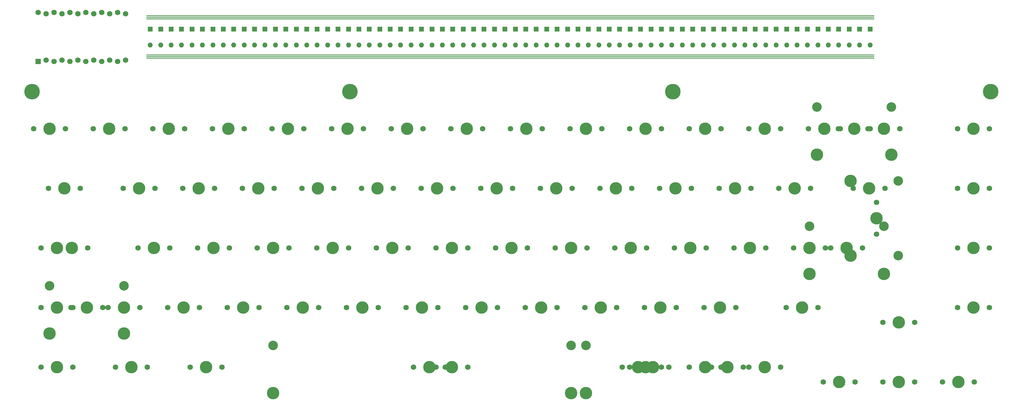
<source format=gbr>
%TF.GenerationSoftware,KiCad,Pcbnew,(5.1.7)-1*%
%TF.CreationDate,2021-02-21T21:30:35+01:00*%
%TF.ProjectId,kbic65,6b626963-3635-42e6-9b69-6361645f7063,rev?*%
%TF.SameCoordinates,Original*%
%TF.FileFunction,Soldermask,Top*%
%TF.FilePolarity,Negative*%
%FSLAX46Y46*%
G04 Gerber Fmt 4.6, Leading zero omitted, Abs format (unit mm)*
G04 Created by KiCad (PCBNEW (5.1.7)-1) date 2021-02-21 21:30:35*
%MOMM*%
%LPD*%
G01*
G04 APERTURE LIST*
%ADD10C,0.250000*%
%ADD11O,1.600000X1.600000*%
%ADD12R,1.600000X1.600000*%
%ADD13C,3.987800*%
%ADD14C,1.750000*%
%ADD15C,5.000000*%
%ADD16C,3.048000*%
%ADD17C,1.752600*%
%ADD18R,1.752600X1.752600*%
G04 APERTURE END LIST*
D10*
X319000000Y-56750000D02*
X86500000Y-56750000D01*
X319000000Y-55750000D02*
X86500000Y-55750000D01*
X319000000Y-56250000D02*
X86500000Y-56250000D01*
X319000000Y-44250000D02*
X86500000Y-44250000D01*
X319000000Y-43750000D02*
X86500000Y-43750000D01*
X319000000Y-43250000D02*
X86500000Y-43250000D01*
D11*
%TO.C,D_@1*%
X261136044Y-52645000D03*
D12*
X261136044Y-47565000D03*
%TD*%
D13*
%TO.C,MX_Esc1*%
X55562500Y-79375000D03*
D14*
X50482500Y-79375000D03*
X60642500Y-79375000D03*
%TD*%
%TO.C,MX_1*%
X79692500Y-79375000D03*
X69532500Y-79375000D03*
D13*
X74612500Y-79375000D03*
%TD*%
D15*
%TO.C,REF\u002A\u002A*%
X356393750Y-67468750D03*
%TD*%
%TO.C,REF\u002A\u002A*%
X254793750Y-67468750D03*
%TD*%
%TO.C,REF\u002A\u002A*%
X151606250Y-67468750D03*
%TD*%
%TO.C,REF\u002A\u002A*%
X50006250Y-67468750D03*
%TD*%
D11*
%TO.C,D_ISO_BKSLSH1*%
X97753041Y-52645000D03*
D12*
X97753041Y-47565000D03*
%TD*%
D13*
%TO.C,MX_BkSp3_2u1*%
X312737500Y-79375000D03*
D14*
X307657500Y-79375000D03*
X317817500Y-79375000D03*
D16*
X300831250Y-72390000D03*
X324643750Y-72390000D03*
D13*
X300831250Y-87630000D03*
X324643750Y-87630000D03*
%TD*%
%TO.C,MX_BkSp2*%
X322262500Y-79375000D03*
D14*
X317182500Y-79375000D03*
X327342500Y-79375000D03*
%TD*%
%TO.C,MX_5*%
X155892500Y-79375000D03*
X145732500Y-79375000D03*
D13*
X150812500Y-79375000D03*
%TD*%
D14*
%TO.C,MX_6*%
X174942500Y-79375000D03*
X164782500Y-79375000D03*
D13*
X169862500Y-79375000D03*
%TD*%
%TO.C,MX_Space2_6u1*%
X184150000Y-155575000D03*
D14*
X179070000Y-155575000D03*
X189230000Y-155575000D03*
D16*
X127000000Y-148590000D03*
X222250000Y-148590000D03*
D13*
X127000000Y-163830000D03*
X222250000Y-163830000D03*
%TD*%
%TO.C,MX_Right1*%
X346075000Y-160337500D03*
D14*
X340995000Y-160337500D03*
X351155000Y-160337500D03*
%TD*%
D13*
%TO.C,MX_RBKT1*%
X293687500Y-98425000D03*
D14*
X288607500Y-98425000D03*
X298767500Y-98425000D03*
%TD*%
D13*
%TO.C,MX_D1*%
X127000000Y-117475000D03*
D14*
X121920000Y-117475000D03*
X132080000Y-117475000D03*
%TD*%
D13*
%TO.C,MX_Q1*%
X84137500Y-98425000D03*
D14*
X79057500Y-98425000D03*
X89217500Y-98425000D03*
%TD*%
%TO.C,MX_2*%
X98742500Y-79375000D03*
X88582500Y-79375000D03*
D13*
X93662500Y-79375000D03*
%TD*%
%TO.C,MX_V1*%
X155575000Y-136525000D03*
D14*
X150495000Y-136525000D03*
X160655000Y-136525000D03*
%TD*%
D13*
%TO.C,MX_Space1_6.25u1*%
X177006250Y-155575000D03*
D14*
X171926250Y-155575000D03*
X182086250Y-155575000D03*
D16*
X127006350Y-148590000D03*
X227006150Y-148590000D03*
D13*
X127006350Y-163830000D03*
X227006150Y-163830000D03*
%TD*%
%TO.C,MX_RWin2_1.25u_RCtrl1*%
X272256250Y-155575000D03*
D14*
X267176250Y-155575000D03*
X277336250Y-155575000D03*
%TD*%
D13*
%TO.C,MX_RAlt3_1.25u_6.25u_space1*%
X248443750Y-155575000D03*
D14*
X243363750Y-155575000D03*
X253523750Y-155575000D03*
%TD*%
D13*
%TO.C,MX_RAlt2_1.25u_6u_space1*%
X243681250Y-155575000D03*
D14*
X238601250Y-155575000D03*
X248761250Y-155575000D03*
%TD*%
D13*
%TO.C,MX_RAlt1_1u1*%
X246062500Y-155575000D03*
D14*
X240982500Y-155575000D03*
X251142500Y-155575000D03*
%TD*%
D13*
%TO.C,MX_LShift_ISO1*%
X57943750Y-136525000D03*
D14*
X52863750Y-136525000D03*
X63023750Y-136525000D03*
%TD*%
D13*
%TO.C,MX_LShift_ANSI1*%
X67468750Y-136525000D03*
D14*
X62388750Y-136525000D03*
X72548750Y-136525000D03*
D16*
X55562500Y-129540000D03*
X79375000Y-129540000D03*
D13*
X55562500Y-144780000D03*
X79375000Y-144780000D03*
%TD*%
%TO.C,MX_Enter2_ISO_Hash1*%
X298450000Y-117475000D03*
D14*
X293370000Y-117475000D03*
X303530000Y-117475000D03*
%TD*%
D13*
%TO.C,MX_CpsLck2_Stepped1*%
X57943750Y-117475000D03*
D14*
X52863750Y-117475000D03*
X63023750Y-117475000D03*
%TD*%
D13*
%TO.C,MX_BkSlash2_ISO_Enter1*%
X311626250Y-96012000D03*
X311626250Y-119888000D03*
D16*
X326866250Y-96012000D03*
X326866250Y-119888000D03*
D14*
X319881250Y-113030000D03*
X319881250Y-102870000D03*
D13*
X319881250Y-107950000D03*
%TD*%
%TO.C,MX_Enter1*%
X310356250Y-117475000D03*
D14*
X305276250Y-117475000D03*
X315436250Y-117475000D03*
D16*
X298450000Y-110490000D03*
X322262500Y-110490000D03*
D13*
X298450000Y-125730000D03*
X322262500Y-125730000D03*
%TD*%
%TO.C,MX_BkSlsh1*%
X317500000Y-98425000D03*
D14*
X312420000Y-98425000D03*
X322580000Y-98425000D03*
%TD*%
D13*
%TO.C,MX_RShift1*%
X296068750Y-136525000D03*
D14*
X290988750Y-136525000D03*
X301148750Y-136525000D03*
%TD*%
D13*
%TO.C,MX_LAlt1*%
X105568750Y-155575000D03*
D14*
X100488750Y-155575000D03*
X110648750Y-155575000D03*
%TD*%
D13*
%TO.C,MX_LWin1*%
X81756250Y-155575000D03*
D14*
X76676250Y-155575000D03*
X86836250Y-155575000D03*
%TD*%
D13*
%TO.C,MX_LCtrl1*%
X57943750Y-155575000D03*
D14*
X52863750Y-155575000D03*
X63023750Y-155575000D03*
%TD*%
D13*
%TO.C,MX_CpsLck1*%
X62706250Y-117475000D03*
D14*
X57626250Y-117475000D03*
X67786250Y-117475000D03*
%TD*%
D13*
%TO.C,MX_Tab1*%
X60325000Y-98425000D03*
D14*
X55245000Y-98425000D03*
X65405000Y-98425000D03*
%TD*%
D13*
%TO.C,MX_Z1*%
X98425000Y-136525000D03*
D14*
X93345000Y-136525000D03*
X103505000Y-136525000D03*
%TD*%
D13*
%TO.C,MX_Y1*%
X179387500Y-98425000D03*
D14*
X174307500Y-98425000D03*
X184467500Y-98425000D03*
%TD*%
D13*
%TO.C,MX_X1*%
X117475000Y-136525000D03*
D14*
X112395000Y-136525000D03*
X122555000Y-136525000D03*
%TD*%
D13*
%TO.C,MX_W1*%
X103187500Y-98425000D03*
D14*
X98107500Y-98425000D03*
X108267500Y-98425000D03*
%TD*%
D13*
%TO.C,MX_Up1*%
X327025000Y-141287500D03*
D14*
X321945000Y-141287500D03*
X332105000Y-141287500D03*
%TD*%
D13*
%TO.C,MX_U1*%
X198437500Y-98425000D03*
D14*
X193357500Y-98425000D03*
X203517500Y-98425000D03*
%TD*%
D13*
%TO.C,MX_Tilde1*%
X350837500Y-79375000D03*
D14*
X345757500Y-79375000D03*
X355917500Y-79375000D03*
%TD*%
D13*
%TO.C,MX_T1*%
X160337500Y-98425000D03*
D14*
X155257500Y-98425000D03*
X165417500Y-98425000D03*
%TD*%
D13*
%TO.C,MX_SemiCol1*%
X260350000Y-117475000D03*
D14*
X255270000Y-117475000D03*
X265430000Y-117475000D03*
%TD*%
D13*
%TO.C,MX_S1*%
X107950000Y-117475000D03*
D14*
X102870000Y-117475000D03*
X113030000Y-117475000D03*
%TD*%
D13*
%TO.C,MX_RWin1*%
X265112500Y-155575000D03*
D14*
X260032500Y-155575000D03*
X270192500Y-155575000D03*
%TD*%
D13*
%TO.C,MX_RCtrl1*%
X284162500Y-155575000D03*
D14*
X279082500Y-155575000D03*
X289242500Y-155575000D03*
%TD*%
D13*
%TO.C,MX_R1*%
X141287500Y-98425000D03*
D14*
X136207500Y-98425000D03*
X146367500Y-98425000D03*
%TD*%
D13*
%TO.C,MX_PgUp1*%
X350837500Y-117475000D03*
D14*
X345757500Y-117475000D03*
X355917500Y-117475000D03*
%TD*%
D13*
%TO.C,MX_PgDn1*%
X350837500Y-136525000D03*
D14*
X345757500Y-136525000D03*
X355917500Y-136525000D03*
%TD*%
D13*
%TO.C,MX_P1*%
X255587500Y-98425000D03*
D14*
X250507500Y-98425000D03*
X260667500Y-98425000D03*
%TD*%
D13*
%TO.C,MX_O1*%
X236537500Y-98425000D03*
D14*
X231457500Y-98425000D03*
X241617500Y-98425000D03*
%TD*%
D13*
%TO.C,MX_N1*%
X193675000Y-136525000D03*
D14*
X188595000Y-136525000D03*
X198755000Y-136525000D03*
%TD*%
D13*
%TO.C,MX_M1*%
X212725000Y-136525000D03*
D14*
X207645000Y-136525000D03*
X217805000Y-136525000D03*
%TD*%
D13*
%TO.C,MX_Left1*%
X307975000Y-160337500D03*
D14*
X302895000Y-160337500D03*
X313055000Y-160337500D03*
%TD*%
D13*
%TO.C,MX_LBKT1*%
X274637500Y-98425000D03*
D14*
X269557500Y-98425000D03*
X279717500Y-98425000D03*
%TD*%
D13*
%TO.C,MX_L1*%
X241300000Y-117475000D03*
D14*
X236220000Y-117475000D03*
X246380000Y-117475000D03*
%TD*%
D13*
%TO.C,MX_K1*%
X222250000Y-117475000D03*
D14*
X217170000Y-117475000D03*
X227330000Y-117475000D03*
%TD*%
D13*
%TO.C,MX_J1*%
X203200000Y-117475000D03*
D14*
X198120000Y-117475000D03*
X208280000Y-117475000D03*
%TD*%
D13*
%TO.C,MX_ISO_BKSLSH1*%
X79375000Y-136525000D03*
D14*
X74295000Y-136525000D03*
X84455000Y-136525000D03*
%TD*%
D13*
%TO.C,MX_I1*%
X217487500Y-98425000D03*
D14*
X212407500Y-98425000D03*
X222567500Y-98425000D03*
%TD*%
%TO.C,MX_Hyphen1*%
X270192500Y-79375000D03*
X260032500Y-79375000D03*
D13*
X265112500Y-79375000D03*
%TD*%
%TO.C,MX_H1*%
X184150000Y-117475000D03*
D14*
X179070000Y-117475000D03*
X189230000Y-117475000D03*
%TD*%
D13*
%TO.C,MX_G1*%
X165100000Y-117475000D03*
D14*
X160020000Y-117475000D03*
X170180000Y-117475000D03*
%TD*%
D13*
%TO.C,MX_FwdSlsh1*%
X269875000Y-136525000D03*
D14*
X264795000Y-136525000D03*
X274955000Y-136525000D03*
%TD*%
D13*
%TO.C,MX_F1*%
X146050000Y-117475000D03*
D14*
X140970000Y-117475000D03*
X151130000Y-117475000D03*
%TD*%
%TO.C,MX_Equal1*%
X289242500Y-79375000D03*
X279082500Y-79375000D03*
D13*
X284162500Y-79375000D03*
%TD*%
%TO.C,MX_E1*%
X122237500Y-98425000D03*
D14*
X117157500Y-98425000D03*
X127317500Y-98425000D03*
%TD*%
D13*
%TO.C,MX_Down1*%
X327025000Y-160337500D03*
D14*
X321945000Y-160337500D03*
X332105000Y-160337500D03*
%TD*%
D13*
%TO.C,MX_Dot1*%
X250825000Y-136525000D03*
D14*
X245745000Y-136525000D03*
X255905000Y-136525000D03*
%TD*%
D13*
%TO.C,MX_Del1*%
X350837500Y-98425000D03*
D14*
X345757500Y-98425000D03*
X355917500Y-98425000D03*
%TD*%
D13*
%TO.C,MX_Comma1*%
X231775000Y-136525000D03*
D14*
X226695000Y-136525000D03*
X236855000Y-136525000D03*
%TD*%
D13*
%TO.C,MX_C1*%
X136525000Y-136525000D03*
D14*
X131445000Y-136525000D03*
X141605000Y-136525000D03*
%TD*%
%TO.C,MX_BkSp1*%
X308292500Y-79375000D03*
X298132500Y-79375000D03*
D13*
X303212500Y-79375000D03*
%TD*%
%TO.C,MX_B1*%
X174625000Y-136525000D03*
D14*
X169545000Y-136525000D03*
X179705000Y-136525000D03*
%TD*%
D13*
%TO.C,MX_A1*%
X88900000Y-117475000D03*
D14*
X83820000Y-117475000D03*
X93980000Y-117475000D03*
%TD*%
D13*
%TO.C,MX_@1*%
X279400000Y-117475000D03*
D14*
X274320000Y-117475000D03*
X284480000Y-117475000D03*
%TD*%
%TO.C,MX_9*%
X232092500Y-79375000D03*
X221932500Y-79375000D03*
D13*
X227012500Y-79375000D03*
%TD*%
D14*
%TO.C,MX_8*%
X213042500Y-79375000D03*
X202882500Y-79375000D03*
D13*
X207962500Y-79375000D03*
%TD*%
D14*
%TO.C,MX_7*%
X193992500Y-79375000D03*
X183832500Y-79375000D03*
D13*
X188912500Y-79375000D03*
%TD*%
D14*
%TO.C,MX_4*%
X136842500Y-79375000D03*
X126682500Y-79375000D03*
D13*
X131762500Y-79375000D03*
%TD*%
D14*
%TO.C,MX_3*%
X117792500Y-79375000D03*
X107632500Y-79375000D03*
D13*
X112712500Y-79375000D03*
%TD*%
D14*
%TO.C,MX_0*%
X251142500Y-79375000D03*
X240982500Y-79375000D03*
D13*
X246062500Y-79375000D03*
%TD*%
D17*
%TO.C,U1*%
X51911250Y-42157650D03*
X79851250Y-57397650D03*
X54451250Y-42614850D03*
X56991250Y-42157650D03*
X59531250Y-42614850D03*
X62071250Y-42157650D03*
X64611250Y-42614850D03*
X67151250Y-42157650D03*
X69691250Y-42614850D03*
X72231250Y-42157650D03*
X74771250Y-42614850D03*
X77311250Y-42157650D03*
X79851250Y-42614850D03*
X77311250Y-57854850D03*
X74771250Y-57397650D03*
X72231250Y-57854850D03*
X69691250Y-57397650D03*
X67151250Y-57854850D03*
X64611250Y-57397650D03*
X62071250Y-57854850D03*
X59531250Y-57397650D03*
X56991250Y-57854850D03*
X54451250Y-57397650D03*
D18*
X51911250Y-57854850D03*
%TD*%
D11*
%TO.C,D_Z1*%
X121093470Y-52645000D03*
D12*
X121093470Y-47565000D03*
%TD*%
D11*
%TO.C,D_Y1*%
X184446063Y-52645000D03*
D12*
X184446063Y-47565000D03*
%TD*%
D11*
%TO.C,D_X1*%
X144433899Y-52645000D03*
D12*
X144433899Y-47565000D03*
%TD*%
D11*
%TO.C,D_W1*%
X127762164Y-52645000D03*
D12*
X127762164Y-47565000D03*
%TD*%
D11*
%TO.C,D_V1*%
X167774328Y-52645000D03*
D12*
X167774328Y-47565000D03*
%TD*%
D11*
%TO.C,D_Up1*%
X277807779Y-52645000D03*
D12*
X277807779Y-47565000D03*
%TD*%
D11*
%TO.C,D_U1*%
X204452145Y-52645000D03*
D12*
X204452145Y-47565000D03*
%TD*%
D11*
%TO.C,D_Tilde1*%
X317820000Y-52645000D03*
D12*
X317820000Y-47565000D03*
%TD*%
D11*
%TO.C,D_Tab1*%
X107756082Y-52645000D03*
D12*
X107756082Y-47565000D03*
%TD*%
D11*
%TO.C,D_T1*%
X174443022Y-52645000D03*
D12*
X174443022Y-47565000D03*
%TD*%
D11*
%TO.C,D_Space1*%
X194449104Y-52645000D03*
D12*
X194449104Y-47565000D03*
%TD*%
D11*
%TO.C,D_SemiCol1*%
X247798656Y-52645000D03*
D12*
X247798656Y-47565000D03*
%TD*%
D11*
%TO.C,D_S1*%
X124427817Y-52645000D03*
D12*
X124427817Y-47565000D03*
%TD*%
D11*
%TO.C,D_RWin1*%
X254467350Y-52645000D03*
D12*
X254467350Y-47565000D03*
%TD*%
D11*
%TO.C,D_RShift1*%
X274473432Y-52645000D03*
D12*
X274473432Y-47565000D03*
%TD*%
D11*
%TO.C,D_Right1*%
X304482555Y-52645000D03*
D12*
X304482555Y-47565000D03*
%TD*%
D11*
%TO.C,D_RCtrl1*%
X271139085Y-52645000D03*
D12*
X271139085Y-47565000D03*
%TD*%
D11*
%TO.C,D_RBKT1*%
X284476473Y-52645000D03*
D12*
X284476473Y-47565000D03*
%TD*%
D11*
%TO.C,D_RAlt1*%
X227792574Y-52645000D03*
D12*
X227792574Y-47565000D03*
%TD*%
D11*
%TO.C,D_R1*%
X157771287Y-52645000D03*
D12*
X157771287Y-47565000D03*
%TD*%
D11*
%TO.C,D_Q1*%
X91084347Y-52645000D03*
D12*
X91084347Y-47565000D03*
%TD*%
D11*
%TO.C,D_PgUp1*%
X311151249Y-52645000D03*
D12*
X311151249Y-47565000D03*
%TD*%
D11*
%TO.C,D_PgDn1*%
X307816902Y-52645000D03*
D12*
X307816902Y-47565000D03*
%TD*%
D11*
%TO.C,D_P1*%
X244464309Y-52645000D03*
D12*
X244464309Y-47565000D03*
%TD*%
D11*
%TO.C,D_O1*%
X234461268Y-52645000D03*
D12*
X234461268Y-47565000D03*
%TD*%
D11*
%TO.C,D_N1*%
X197783451Y-52645000D03*
D12*
X197783451Y-47565000D03*
%TD*%
D11*
%TO.C,D_M1*%
X221123880Y-52645000D03*
D12*
X221123880Y-47565000D03*
%TD*%
D11*
%TO.C,D_LWin1*%
X117759123Y-52645000D03*
D12*
X117759123Y-47565000D03*
%TD*%
D11*
%TO.C,D_LShift1*%
X101087388Y-52645000D03*
D12*
X101087388Y-47565000D03*
%TD*%
D11*
%TO.C,D_Left1*%
X297813861Y-52645000D03*
D12*
X297813861Y-47565000D03*
%TD*%
D11*
%TO.C,D_LCtrl1*%
X114424776Y-52645000D03*
D12*
X114424776Y-47565000D03*
%TD*%
D11*
%TO.C,D_LBKT1*%
X264470391Y-52645000D03*
D12*
X264470391Y-47565000D03*
%TD*%
D11*
%TO.C,D_LAlt1*%
X147768246Y-52645000D03*
D12*
X147768246Y-47565000D03*
%TD*%
D11*
%TO.C,D_L1*%
X231126921Y-52645000D03*
D12*
X231126921Y-47565000D03*
%TD*%
D11*
%TO.C,D_K1*%
X217789533Y-52645000D03*
D12*
X217789533Y-47565000D03*
%TD*%
D11*
%TO.C,D_J1*%
X201117798Y-52645000D03*
D12*
X201117798Y-47565000D03*
%TD*%
D11*
%TO.C,D_I1*%
X214455186Y-52645000D03*
D12*
X214455186Y-47565000D03*
%TD*%
D11*
%TO.C,D_Hyphen1*%
X241129962Y-52645000D03*
D12*
X241129962Y-47565000D03*
%TD*%
D11*
%TO.C,D_H1*%
X187780410Y-52645000D03*
D12*
X187780410Y-47565000D03*
%TD*%
D11*
%TO.C,D_G1*%
X171108675Y-52645000D03*
D12*
X171108675Y-47565000D03*
%TD*%
D11*
%TO.C,D_FwdSlsh1*%
X257801697Y-52645000D03*
D12*
X257801697Y-47565000D03*
%TD*%
D11*
%TO.C,D_F1*%
X154436940Y-52645000D03*
D12*
X154436940Y-47565000D03*
%TD*%
D11*
%TO.C,D_Esc1*%
X111090429Y-52645000D03*
D12*
X111090429Y-47565000D03*
%TD*%
D11*
%TO.C,D_Equal1*%
X267804738Y-52645000D03*
D12*
X267804738Y-47565000D03*
%TD*%
D11*
%TO.C,D_Enter1*%
X281142126Y-52645000D03*
D12*
X281142126Y-47565000D03*
%TD*%
D11*
%TO.C,D_E1*%
X137765205Y-52645000D03*
D12*
X137765205Y-47565000D03*
%TD*%
D11*
%TO.C,D_Down1*%
X301148208Y-52645000D03*
D12*
X301148208Y-47565000D03*
%TD*%
D11*
%TO.C,D_Dot1*%
X251133003Y-52645000D03*
D12*
X251133003Y-47565000D03*
%TD*%
D11*
%TO.C,D_Del1*%
X314485596Y-52645000D03*
D12*
X314485596Y-47565000D03*
%TD*%
D11*
%TO.C,D_D1*%
X141099552Y-52645000D03*
D12*
X141099552Y-47565000D03*
%TD*%
D11*
%TO.C,D_CpsLck1*%
X104421735Y-52645000D03*
D12*
X104421735Y-47565000D03*
%TD*%
D11*
%TO.C,D_Comma1*%
X224458227Y-52645000D03*
D12*
X224458227Y-47565000D03*
%TD*%
D11*
%TO.C,D_C1*%
X151102593Y-52645000D03*
D12*
X151102593Y-47565000D03*
%TD*%
D11*
%TO.C,D_BkSp2*%
X294479514Y-52645000D03*
D12*
X294479514Y-47565000D03*
%TD*%
D11*
%TO.C,D_BkSp1*%
X291145167Y-52645000D03*
D12*
X291145167Y-47565000D03*
%TD*%
D11*
%TO.C,D_BKSLSH1*%
X287810820Y-52645000D03*
D12*
X287810820Y-47565000D03*
%TD*%
D11*
%TO.C,D_B1*%
X191114757Y-52645000D03*
D12*
X191114757Y-47565000D03*
%TD*%
D11*
%TO.C,D_A1*%
X94418694Y-52645000D03*
D12*
X94418694Y-47565000D03*
%TD*%
D11*
%TO.C,D_9*%
X211120839Y-52645000D03*
D12*
X211120839Y-47565000D03*
%TD*%
D11*
%TO.C,D_8*%
X207786492Y-52645000D03*
D12*
X207786492Y-47565000D03*
%TD*%
D11*
%TO.C,D_7*%
X181111716Y-52645000D03*
D12*
X181111716Y-47565000D03*
%TD*%
D11*
%TO.C,D_6*%
X177777369Y-52645000D03*
D12*
X177777369Y-47565000D03*
%TD*%
D11*
%TO.C,D_5*%
X164439981Y-52645000D03*
D12*
X164439981Y-47565000D03*
%TD*%
D11*
%TO.C,D_4*%
X161105634Y-52645000D03*
D12*
X161105634Y-47565000D03*
%TD*%
D11*
%TO.C,D_3*%
X134430858Y-52645000D03*
D12*
X134430858Y-47565000D03*
%TD*%
D11*
%TO.C,D_2*%
X131096511Y-52645000D03*
D12*
X131096511Y-47565000D03*
%TD*%
D11*
%TO.C,D_1*%
X87750000Y-52645000D03*
D12*
X87750000Y-47565000D03*
%TD*%
D11*
%TO.C,D_0*%
X237795615Y-52645000D03*
D12*
X237795615Y-47565000D03*
%TD*%
M02*

</source>
